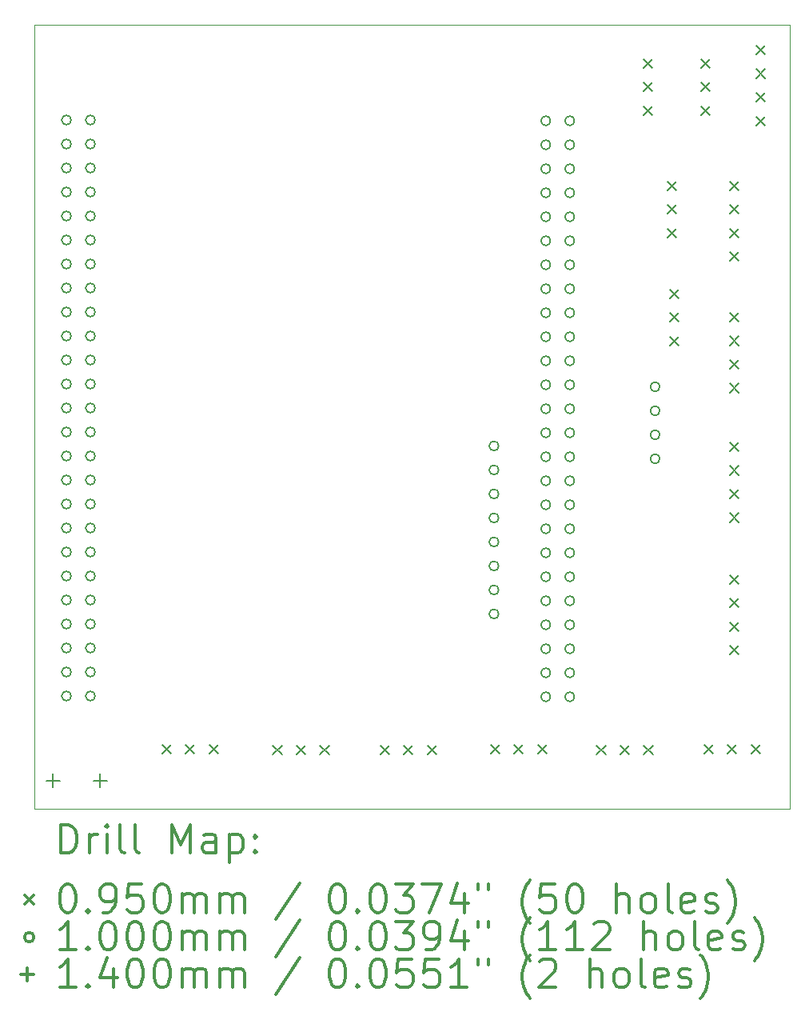
<source format=gbr>
%FSLAX45Y45*%
G04 Gerber Fmt 4.5, Leading zero omitted, Abs format (unit mm)*
G04 Created by KiCad (PCBNEW (5.1.10)-1) date 2022-05-17 22:09:09*
%MOMM*%
%LPD*%
G01*
G04 APERTURE LIST*
%TA.AperFunction,Profile*%
%ADD10C,0.050000*%
%TD*%
%ADD11C,0.200000*%
%ADD12C,0.300000*%
G04 APERTURE END LIST*
D10*
X17300000Y-6200000D02*
X25300000Y-6200000D01*
X17300000Y-14500000D02*
X17300000Y-6200000D01*
X25300000Y-14500000D02*
X17300000Y-14500000D01*
X25300000Y-6200000D02*
X25300000Y-14500000D01*
D11*
X18654900Y-13820900D02*
X18749900Y-13915900D01*
X18749900Y-13820900D02*
X18654900Y-13915900D01*
X18904900Y-13820900D02*
X18999900Y-13915900D01*
X18999900Y-13820900D02*
X18904900Y-13915900D01*
X19154900Y-13820900D02*
X19249900Y-13915900D01*
X19249900Y-13820900D02*
X19154900Y-13915900D01*
X19829100Y-13827900D02*
X19924100Y-13922900D01*
X19924100Y-13827900D02*
X19829100Y-13922900D01*
X20079100Y-13827900D02*
X20174100Y-13922900D01*
X20174100Y-13827900D02*
X20079100Y-13922900D01*
X20329100Y-13827900D02*
X20424100Y-13922900D01*
X20424100Y-13827900D02*
X20329100Y-13922900D01*
X20966300Y-13827900D02*
X21061300Y-13922900D01*
X21061300Y-13827900D02*
X20966300Y-13922900D01*
X21216300Y-13827900D02*
X21311300Y-13922900D01*
X21311300Y-13827900D02*
X21216300Y-13922900D01*
X21466300Y-13827900D02*
X21561300Y-13922900D01*
X21561300Y-13827900D02*
X21466300Y-13922900D01*
X22134700Y-13820900D02*
X22229700Y-13915900D01*
X22229700Y-13820900D02*
X22134700Y-13915900D01*
X22384700Y-13820900D02*
X22479700Y-13915900D01*
X22479700Y-13820900D02*
X22384700Y-13915900D01*
X22634700Y-13820900D02*
X22729700Y-13915900D01*
X22729700Y-13820900D02*
X22634700Y-13915900D01*
X23258100Y-13827900D02*
X23353100Y-13922900D01*
X23353100Y-13827900D02*
X23258100Y-13922900D01*
X23508100Y-13827900D02*
X23603100Y-13922900D01*
X23603100Y-13827900D02*
X23508100Y-13922900D01*
X23752300Y-6564500D02*
X23847300Y-6659500D01*
X23847300Y-6564500D02*
X23752300Y-6659500D01*
X23752300Y-6814500D02*
X23847300Y-6909500D01*
X23847300Y-6814500D02*
X23752300Y-6909500D01*
X23752300Y-7064500D02*
X23847300Y-7159500D01*
X23847300Y-7064500D02*
X23752300Y-7159500D01*
X23758100Y-13827900D02*
X23853100Y-13922900D01*
X23853100Y-13827900D02*
X23758100Y-13922900D01*
X24006300Y-7859900D02*
X24101300Y-7954900D01*
X24101300Y-7859900D02*
X24006300Y-7954900D01*
X24006300Y-8109900D02*
X24101300Y-8204900D01*
X24101300Y-8109900D02*
X24006300Y-8204900D01*
X24006300Y-8359900D02*
X24101300Y-8454900D01*
X24101300Y-8359900D02*
X24006300Y-8454900D01*
X24031700Y-9002900D02*
X24126700Y-9097900D01*
X24126700Y-9002900D02*
X24031700Y-9097900D01*
X24031700Y-9252900D02*
X24126700Y-9347900D01*
X24126700Y-9252900D02*
X24031700Y-9347900D01*
X24031700Y-9502900D02*
X24126700Y-9597900D01*
X24126700Y-9502900D02*
X24031700Y-9597900D01*
X24361900Y-6564500D02*
X24456900Y-6659500D01*
X24456900Y-6564500D02*
X24361900Y-6659500D01*
X24361900Y-6814500D02*
X24456900Y-6909500D01*
X24456900Y-6814500D02*
X24361900Y-6909500D01*
X24361900Y-7064500D02*
X24456900Y-7159500D01*
X24456900Y-7064500D02*
X24361900Y-7159500D01*
X24395300Y-13820900D02*
X24490300Y-13915900D01*
X24490300Y-13820900D02*
X24395300Y-13915900D01*
X24645300Y-13820900D02*
X24740300Y-13915900D01*
X24740300Y-13820900D02*
X24645300Y-13915900D01*
X24666700Y-7858300D02*
X24761700Y-7953300D01*
X24761700Y-7858300D02*
X24666700Y-7953300D01*
X24666700Y-8108300D02*
X24761700Y-8203300D01*
X24761700Y-8108300D02*
X24666700Y-8203300D01*
X24666700Y-8358300D02*
X24761700Y-8453300D01*
X24761700Y-8358300D02*
X24666700Y-8453300D01*
X24666700Y-8608300D02*
X24761700Y-8703300D01*
X24761700Y-8608300D02*
X24666700Y-8703300D01*
X24666700Y-9248900D02*
X24761700Y-9343900D01*
X24761700Y-9248900D02*
X24666700Y-9343900D01*
X24666700Y-9498900D02*
X24761700Y-9593900D01*
X24761700Y-9498900D02*
X24666700Y-9593900D01*
X24666700Y-9748900D02*
X24761700Y-9843900D01*
X24761700Y-9748900D02*
X24666700Y-9843900D01*
X24666700Y-9998900D02*
X24761700Y-10093900D01*
X24761700Y-9998900D02*
X24666700Y-10093900D01*
X24666700Y-10620500D02*
X24761700Y-10715500D01*
X24761700Y-10620500D02*
X24666700Y-10715500D01*
X24666700Y-10870500D02*
X24761700Y-10965500D01*
X24761700Y-10870500D02*
X24666700Y-10965500D01*
X24666700Y-11120500D02*
X24761700Y-11215500D01*
X24761700Y-11120500D02*
X24666700Y-11215500D01*
X24666700Y-11370500D02*
X24761700Y-11465500D01*
X24761700Y-11370500D02*
X24666700Y-11465500D01*
X24666700Y-12023900D02*
X24761700Y-12118900D01*
X24761700Y-12023900D02*
X24666700Y-12118900D01*
X24666700Y-12273900D02*
X24761700Y-12368900D01*
X24761700Y-12273900D02*
X24666700Y-12368900D01*
X24666700Y-12523900D02*
X24761700Y-12618900D01*
X24761700Y-12523900D02*
X24666700Y-12618900D01*
X24666700Y-12773900D02*
X24761700Y-12868900D01*
X24761700Y-12773900D02*
X24666700Y-12868900D01*
X24895300Y-13820900D02*
X24990300Y-13915900D01*
X24990300Y-13820900D02*
X24895300Y-13915900D01*
X24946100Y-6422500D02*
X25041100Y-6517500D01*
X25041100Y-6422500D02*
X24946100Y-6517500D01*
X24946100Y-6672500D02*
X25041100Y-6767500D01*
X25041100Y-6672500D02*
X24946100Y-6767500D01*
X24946100Y-6922500D02*
X25041100Y-7017500D01*
X25041100Y-6922500D02*
X24946100Y-7017500D01*
X24946100Y-7172500D02*
X25041100Y-7267500D01*
X25041100Y-7172500D02*
X24946100Y-7267500D01*
X17692400Y-7210600D02*
G75*
G03*
X17692400Y-7210600I-50000J0D01*
G01*
X17692400Y-7464600D02*
G75*
G03*
X17692400Y-7464600I-50000J0D01*
G01*
X17692400Y-7718600D02*
G75*
G03*
X17692400Y-7718600I-50000J0D01*
G01*
X17692400Y-7972600D02*
G75*
G03*
X17692400Y-7972600I-50000J0D01*
G01*
X17692400Y-8226600D02*
G75*
G03*
X17692400Y-8226600I-50000J0D01*
G01*
X17692400Y-8480600D02*
G75*
G03*
X17692400Y-8480600I-50000J0D01*
G01*
X17692400Y-8734600D02*
G75*
G03*
X17692400Y-8734600I-50000J0D01*
G01*
X17692400Y-8988600D02*
G75*
G03*
X17692400Y-8988600I-50000J0D01*
G01*
X17692400Y-9242600D02*
G75*
G03*
X17692400Y-9242600I-50000J0D01*
G01*
X17692400Y-9496600D02*
G75*
G03*
X17692400Y-9496600I-50000J0D01*
G01*
X17692400Y-9750600D02*
G75*
G03*
X17692400Y-9750600I-50000J0D01*
G01*
X17692400Y-10004600D02*
G75*
G03*
X17692400Y-10004600I-50000J0D01*
G01*
X17692400Y-10258600D02*
G75*
G03*
X17692400Y-10258600I-50000J0D01*
G01*
X17692400Y-10512600D02*
G75*
G03*
X17692400Y-10512600I-50000J0D01*
G01*
X17692400Y-10766600D02*
G75*
G03*
X17692400Y-10766600I-50000J0D01*
G01*
X17692400Y-11020600D02*
G75*
G03*
X17692400Y-11020600I-50000J0D01*
G01*
X17692400Y-11274600D02*
G75*
G03*
X17692400Y-11274600I-50000J0D01*
G01*
X17692400Y-11528600D02*
G75*
G03*
X17692400Y-11528600I-50000J0D01*
G01*
X17692400Y-11782600D02*
G75*
G03*
X17692400Y-11782600I-50000J0D01*
G01*
X17692400Y-12036600D02*
G75*
G03*
X17692400Y-12036600I-50000J0D01*
G01*
X17692400Y-12290600D02*
G75*
G03*
X17692400Y-12290600I-50000J0D01*
G01*
X17692400Y-12544600D02*
G75*
G03*
X17692400Y-12544600I-50000J0D01*
G01*
X17692400Y-12798600D02*
G75*
G03*
X17692400Y-12798600I-50000J0D01*
G01*
X17692400Y-13052600D02*
G75*
G03*
X17692400Y-13052600I-50000J0D01*
G01*
X17692400Y-13306600D02*
G75*
G03*
X17692400Y-13306600I-50000J0D01*
G01*
X17946400Y-7210600D02*
G75*
G03*
X17946400Y-7210600I-50000J0D01*
G01*
X17946400Y-7464600D02*
G75*
G03*
X17946400Y-7464600I-50000J0D01*
G01*
X17946400Y-7718600D02*
G75*
G03*
X17946400Y-7718600I-50000J0D01*
G01*
X17946400Y-7972600D02*
G75*
G03*
X17946400Y-7972600I-50000J0D01*
G01*
X17946400Y-8226600D02*
G75*
G03*
X17946400Y-8226600I-50000J0D01*
G01*
X17946400Y-8480600D02*
G75*
G03*
X17946400Y-8480600I-50000J0D01*
G01*
X17946400Y-8734600D02*
G75*
G03*
X17946400Y-8734600I-50000J0D01*
G01*
X17946400Y-8988600D02*
G75*
G03*
X17946400Y-8988600I-50000J0D01*
G01*
X17946400Y-9242600D02*
G75*
G03*
X17946400Y-9242600I-50000J0D01*
G01*
X17946400Y-9496600D02*
G75*
G03*
X17946400Y-9496600I-50000J0D01*
G01*
X17946400Y-9750600D02*
G75*
G03*
X17946400Y-9750600I-50000J0D01*
G01*
X17946400Y-10004600D02*
G75*
G03*
X17946400Y-10004600I-50000J0D01*
G01*
X17946400Y-10258600D02*
G75*
G03*
X17946400Y-10258600I-50000J0D01*
G01*
X17946400Y-10512600D02*
G75*
G03*
X17946400Y-10512600I-50000J0D01*
G01*
X17946400Y-10766600D02*
G75*
G03*
X17946400Y-10766600I-50000J0D01*
G01*
X17946400Y-11020600D02*
G75*
G03*
X17946400Y-11020600I-50000J0D01*
G01*
X17946400Y-11274600D02*
G75*
G03*
X17946400Y-11274600I-50000J0D01*
G01*
X17946400Y-11528600D02*
G75*
G03*
X17946400Y-11528600I-50000J0D01*
G01*
X17946400Y-11782600D02*
G75*
G03*
X17946400Y-11782600I-50000J0D01*
G01*
X17946400Y-12036600D02*
G75*
G03*
X17946400Y-12036600I-50000J0D01*
G01*
X17946400Y-12290600D02*
G75*
G03*
X17946400Y-12290600I-50000J0D01*
G01*
X17946400Y-12544600D02*
G75*
G03*
X17946400Y-12544600I-50000J0D01*
G01*
X17946400Y-12798600D02*
G75*
G03*
X17946400Y-12798600I-50000J0D01*
G01*
X17946400Y-13052600D02*
G75*
G03*
X17946400Y-13052600I-50000J0D01*
G01*
X17946400Y-13306600D02*
G75*
G03*
X17946400Y-13306600I-50000J0D01*
G01*
X22220000Y-10660000D02*
G75*
G03*
X22220000Y-10660000I-50000J0D01*
G01*
X22220000Y-10914000D02*
G75*
G03*
X22220000Y-10914000I-50000J0D01*
G01*
X22220000Y-11168000D02*
G75*
G03*
X22220000Y-11168000I-50000J0D01*
G01*
X22220000Y-11422000D02*
G75*
G03*
X22220000Y-11422000I-50000J0D01*
G01*
X22220000Y-11676000D02*
G75*
G03*
X22220000Y-11676000I-50000J0D01*
G01*
X22220000Y-11930000D02*
G75*
G03*
X22220000Y-11930000I-50000J0D01*
G01*
X22220000Y-12184000D02*
G75*
G03*
X22220000Y-12184000I-50000J0D01*
G01*
X22220000Y-12438000D02*
G75*
G03*
X22220000Y-12438000I-50000J0D01*
G01*
X22768400Y-7218600D02*
G75*
G03*
X22768400Y-7218600I-50000J0D01*
G01*
X22768400Y-7472600D02*
G75*
G03*
X22768400Y-7472600I-50000J0D01*
G01*
X22768400Y-7726600D02*
G75*
G03*
X22768400Y-7726600I-50000J0D01*
G01*
X22768400Y-7980600D02*
G75*
G03*
X22768400Y-7980600I-50000J0D01*
G01*
X22768400Y-8234600D02*
G75*
G03*
X22768400Y-8234600I-50000J0D01*
G01*
X22768400Y-8488600D02*
G75*
G03*
X22768400Y-8488600I-50000J0D01*
G01*
X22768400Y-8742600D02*
G75*
G03*
X22768400Y-8742600I-50000J0D01*
G01*
X22768400Y-8996600D02*
G75*
G03*
X22768400Y-8996600I-50000J0D01*
G01*
X22768400Y-9250600D02*
G75*
G03*
X22768400Y-9250600I-50000J0D01*
G01*
X22768400Y-9504600D02*
G75*
G03*
X22768400Y-9504600I-50000J0D01*
G01*
X22768400Y-9758600D02*
G75*
G03*
X22768400Y-9758600I-50000J0D01*
G01*
X22768400Y-10012600D02*
G75*
G03*
X22768400Y-10012600I-50000J0D01*
G01*
X22768400Y-10266600D02*
G75*
G03*
X22768400Y-10266600I-50000J0D01*
G01*
X22768400Y-10520600D02*
G75*
G03*
X22768400Y-10520600I-50000J0D01*
G01*
X22768400Y-10774600D02*
G75*
G03*
X22768400Y-10774600I-50000J0D01*
G01*
X22768400Y-11028600D02*
G75*
G03*
X22768400Y-11028600I-50000J0D01*
G01*
X22768400Y-11282600D02*
G75*
G03*
X22768400Y-11282600I-50000J0D01*
G01*
X22768400Y-11536600D02*
G75*
G03*
X22768400Y-11536600I-50000J0D01*
G01*
X22768400Y-11790600D02*
G75*
G03*
X22768400Y-11790600I-50000J0D01*
G01*
X22768400Y-12044600D02*
G75*
G03*
X22768400Y-12044600I-50000J0D01*
G01*
X22768400Y-12298600D02*
G75*
G03*
X22768400Y-12298600I-50000J0D01*
G01*
X22768400Y-12552600D02*
G75*
G03*
X22768400Y-12552600I-50000J0D01*
G01*
X22768400Y-12806600D02*
G75*
G03*
X22768400Y-12806600I-50000J0D01*
G01*
X22768400Y-13060600D02*
G75*
G03*
X22768400Y-13060600I-50000J0D01*
G01*
X22768400Y-13314600D02*
G75*
G03*
X22768400Y-13314600I-50000J0D01*
G01*
X23022400Y-7218600D02*
G75*
G03*
X23022400Y-7218600I-50000J0D01*
G01*
X23022400Y-7472600D02*
G75*
G03*
X23022400Y-7472600I-50000J0D01*
G01*
X23022400Y-7726600D02*
G75*
G03*
X23022400Y-7726600I-50000J0D01*
G01*
X23022400Y-7980600D02*
G75*
G03*
X23022400Y-7980600I-50000J0D01*
G01*
X23022400Y-8234600D02*
G75*
G03*
X23022400Y-8234600I-50000J0D01*
G01*
X23022400Y-8488600D02*
G75*
G03*
X23022400Y-8488600I-50000J0D01*
G01*
X23022400Y-8742600D02*
G75*
G03*
X23022400Y-8742600I-50000J0D01*
G01*
X23022400Y-8996600D02*
G75*
G03*
X23022400Y-8996600I-50000J0D01*
G01*
X23022400Y-9250600D02*
G75*
G03*
X23022400Y-9250600I-50000J0D01*
G01*
X23022400Y-9504600D02*
G75*
G03*
X23022400Y-9504600I-50000J0D01*
G01*
X23022400Y-9758600D02*
G75*
G03*
X23022400Y-9758600I-50000J0D01*
G01*
X23022400Y-10012600D02*
G75*
G03*
X23022400Y-10012600I-50000J0D01*
G01*
X23022400Y-10266600D02*
G75*
G03*
X23022400Y-10266600I-50000J0D01*
G01*
X23022400Y-10520600D02*
G75*
G03*
X23022400Y-10520600I-50000J0D01*
G01*
X23022400Y-10774600D02*
G75*
G03*
X23022400Y-10774600I-50000J0D01*
G01*
X23022400Y-11028600D02*
G75*
G03*
X23022400Y-11028600I-50000J0D01*
G01*
X23022400Y-11282600D02*
G75*
G03*
X23022400Y-11282600I-50000J0D01*
G01*
X23022400Y-11536600D02*
G75*
G03*
X23022400Y-11536600I-50000J0D01*
G01*
X23022400Y-11790600D02*
G75*
G03*
X23022400Y-11790600I-50000J0D01*
G01*
X23022400Y-12044600D02*
G75*
G03*
X23022400Y-12044600I-50000J0D01*
G01*
X23022400Y-12298600D02*
G75*
G03*
X23022400Y-12298600I-50000J0D01*
G01*
X23022400Y-12552600D02*
G75*
G03*
X23022400Y-12552600I-50000J0D01*
G01*
X23022400Y-12806600D02*
G75*
G03*
X23022400Y-12806600I-50000J0D01*
G01*
X23022400Y-13060600D02*
G75*
G03*
X23022400Y-13060600I-50000J0D01*
G01*
X23022400Y-13314600D02*
G75*
G03*
X23022400Y-13314600I-50000J0D01*
G01*
X23926000Y-10033000D02*
G75*
G03*
X23926000Y-10033000I-50000J0D01*
G01*
X23926000Y-10287000D02*
G75*
G03*
X23926000Y-10287000I-50000J0D01*
G01*
X23926000Y-10541000D02*
G75*
G03*
X23926000Y-10541000I-50000J0D01*
G01*
X23926000Y-10795000D02*
G75*
G03*
X23926000Y-10795000I-50000J0D01*
G01*
X17500000Y-14130000D02*
X17500000Y-14270000D01*
X17430000Y-14200000D02*
X17570000Y-14200000D01*
X18000000Y-14130000D02*
X18000000Y-14270000D01*
X17930000Y-14200000D02*
X18070000Y-14200000D01*
D12*
X17583928Y-14968214D02*
X17583928Y-14668214D01*
X17655357Y-14668214D01*
X17698214Y-14682500D01*
X17726786Y-14711071D01*
X17741071Y-14739643D01*
X17755357Y-14796786D01*
X17755357Y-14839643D01*
X17741071Y-14896786D01*
X17726786Y-14925357D01*
X17698214Y-14953929D01*
X17655357Y-14968214D01*
X17583928Y-14968214D01*
X17883928Y-14968214D02*
X17883928Y-14768214D01*
X17883928Y-14825357D02*
X17898214Y-14796786D01*
X17912500Y-14782500D01*
X17941071Y-14768214D01*
X17969643Y-14768214D01*
X18069643Y-14968214D02*
X18069643Y-14768214D01*
X18069643Y-14668214D02*
X18055357Y-14682500D01*
X18069643Y-14696786D01*
X18083928Y-14682500D01*
X18069643Y-14668214D01*
X18069643Y-14696786D01*
X18255357Y-14968214D02*
X18226786Y-14953929D01*
X18212500Y-14925357D01*
X18212500Y-14668214D01*
X18412500Y-14968214D02*
X18383928Y-14953929D01*
X18369643Y-14925357D01*
X18369643Y-14668214D01*
X18755357Y-14968214D02*
X18755357Y-14668214D01*
X18855357Y-14882500D01*
X18955357Y-14668214D01*
X18955357Y-14968214D01*
X19226786Y-14968214D02*
X19226786Y-14811071D01*
X19212500Y-14782500D01*
X19183928Y-14768214D01*
X19126786Y-14768214D01*
X19098214Y-14782500D01*
X19226786Y-14953929D02*
X19198214Y-14968214D01*
X19126786Y-14968214D01*
X19098214Y-14953929D01*
X19083928Y-14925357D01*
X19083928Y-14896786D01*
X19098214Y-14868214D01*
X19126786Y-14853929D01*
X19198214Y-14853929D01*
X19226786Y-14839643D01*
X19369643Y-14768214D02*
X19369643Y-15068214D01*
X19369643Y-14782500D02*
X19398214Y-14768214D01*
X19455357Y-14768214D01*
X19483928Y-14782500D01*
X19498214Y-14796786D01*
X19512500Y-14825357D01*
X19512500Y-14911071D01*
X19498214Y-14939643D01*
X19483928Y-14953929D01*
X19455357Y-14968214D01*
X19398214Y-14968214D01*
X19369643Y-14953929D01*
X19641071Y-14939643D02*
X19655357Y-14953929D01*
X19641071Y-14968214D01*
X19626786Y-14953929D01*
X19641071Y-14939643D01*
X19641071Y-14968214D01*
X19641071Y-14782500D02*
X19655357Y-14796786D01*
X19641071Y-14811071D01*
X19626786Y-14796786D01*
X19641071Y-14782500D01*
X19641071Y-14811071D01*
X17202500Y-15415000D02*
X17297500Y-15510000D01*
X17297500Y-15415000D02*
X17202500Y-15510000D01*
X17641071Y-15298214D02*
X17669643Y-15298214D01*
X17698214Y-15312500D01*
X17712500Y-15326786D01*
X17726786Y-15355357D01*
X17741071Y-15412500D01*
X17741071Y-15483929D01*
X17726786Y-15541071D01*
X17712500Y-15569643D01*
X17698214Y-15583929D01*
X17669643Y-15598214D01*
X17641071Y-15598214D01*
X17612500Y-15583929D01*
X17598214Y-15569643D01*
X17583928Y-15541071D01*
X17569643Y-15483929D01*
X17569643Y-15412500D01*
X17583928Y-15355357D01*
X17598214Y-15326786D01*
X17612500Y-15312500D01*
X17641071Y-15298214D01*
X17869643Y-15569643D02*
X17883928Y-15583929D01*
X17869643Y-15598214D01*
X17855357Y-15583929D01*
X17869643Y-15569643D01*
X17869643Y-15598214D01*
X18026786Y-15598214D02*
X18083928Y-15598214D01*
X18112500Y-15583929D01*
X18126786Y-15569643D01*
X18155357Y-15526786D01*
X18169643Y-15469643D01*
X18169643Y-15355357D01*
X18155357Y-15326786D01*
X18141071Y-15312500D01*
X18112500Y-15298214D01*
X18055357Y-15298214D01*
X18026786Y-15312500D01*
X18012500Y-15326786D01*
X17998214Y-15355357D01*
X17998214Y-15426786D01*
X18012500Y-15455357D01*
X18026786Y-15469643D01*
X18055357Y-15483929D01*
X18112500Y-15483929D01*
X18141071Y-15469643D01*
X18155357Y-15455357D01*
X18169643Y-15426786D01*
X18441071Y-15298214D02*
X18298214Y-15298214D01*
X18283928Y-15441071D01*
X18298214Y-15426786D01*
X18326786Y-15412500D01*
X18398214Y-15412500D01*
X18426786Y-15426786D01*
X18441071Y-15441071D01*
X18455357Y-15469643D01*
X18455357Y-15541071D01*
X18441071Y-15569643D01*
X18426786Y-15583929D01*
X18398214Y-15598214D01*
X18326786Y-15598214D01*
X18298214Y-15583929D01*
X18283928Y-15569643D01*
X18641071Y-15298214D02*
X18669643Y-15298214D01*
X18698214Y-15312500D01*
X18712500Y-15326786D01*
X18726786Y-15355357D01*
X18741071Y-15412500D01*
X18741071Y-15483929D01*
X18726786Y-15541071D01*
X18712500Y-15569643D01*
X18698214Y-15583929D01*
X18669643Y-15598214D01*
X18641071Y-15598214D01*
X18612500Y-15583929D01*
X18598214Y-15569643D01*
X18583928Y-15541071D01*
X18569643Y-15483929D01*
X18569643Y-15412500D01*
X18583928Y-15355357D01*
X18598214Y-15326786D01*
X18612500Y-15312500D01*
X18641071Y-15298214D01*
X18869643Y-15598214D02*
X18869643Y-15398214D01*
X18869643Y-15426786D02*
X18883928Y-15412500D01*
X18912500Y-15398214D01*
X18955357Y-15398214D01*
X18983928Y-15412500D01*
X18998214Y-15441071D01*
X18998214Y-15598214D01*
X18998214Y-15441071D02*
X19012500Y-15412500D01*
X19041071Y-15398214D01*
X19083928Y-15398214D01*
X19112500Y-15412500D01*
X19126786Y-15441071D01*
X19126786Y-15598214D01*
X19269643Y-15598214D02*
X19269643Y-15398214D01*
X19269643Y-15426786D02*
X19283928Y-15412500D01*
X19312500Y-15398214D01*
X19355357Y-15398214D01*
X19383928Y-15412500D01*
X19398214Y-15441071D01*
X19398214Y-15598214D01*
X19398214Y-15441071D02*
X19412500Y-15412500D01*
X19441071Y-15398214D01*
X19483928Y-15398214D01*
X19512500Y-15412500D01*
X19526786Y-15441071D01*
X19526786Y-15598214D01*
X20112500Y-15283929D02*
X19855357Y-15669643D01*
X20498214Y-15298214D02*
X20526786Y-15298214D01*
X20555357Y-15312500D01*
X20569643Y-15326786D01*
X20583928Y-15355357D01*
X20598214Y-15412500D01*
X20598214Y-15483929D01*
X20583928Y-15541071D01*
X20569643Y-15569643D01*
X20555357Y-15583929D01*
X20526786Y-15598214D01*
X20498214Y-15598214D01*
X20469643Y-15583929D01*
X20455357Y-15569643D01*
X20441071Y-15541071D01*
X20426786Y-15483929D01*
X20426786Y-15412500D01*
X20441071Y-15355357D01*
X20455357Y-15326786D01*
X20469643Y-15312500D01*
X20498214Y-15298214D01*
X20726786Y-15569643D02*
X20741071Y-15583929D01*
X20726786Y-15598214D01*
X20712500Y-15583929D01*
X20726786Y-15569643D01*
X20726786Y-15598214D01*
X20926786Y-15298214D02*
X20955357Y-15298214D01*
X20983928Y-15312500D01*
X20998214Y-15326786D01*
X21012500Y-15355357D01*
X21026786Y-15412500D01*
X21026786Y-15483929D01*
X21012500Y-15541071D01*
X20998214Y-15569643D01*
X20983928Y-15583929D01*
X20955357Y-15598214D01*
X20926786Y-15598214D01*
X20898214Y-15583929D01*
X20883928Y-15569643D01*
X20869643Y-15541071D01*
X20855357Y-15483929D01*
X20855357Y-15412500D01*
X20869643Y-15355357D01*
X20883928Y-15326786D01*
X20898214Y-15312500D01*
X20926786Y-15298214D01*
X21126786Y-15298214D02*
X21312500Y-15298214D01*
X21212500Y-15412500D01*
X21255357Y-15412500D01*
X21283928Y-15426786D01*
X21298214Y-15441071D01*
X21312500Y-15469643D01*
X21312500Y-15541071D01*
X21298214Y-15569643D01*
X21283928Y-15583929D01*
X21255357Y-15598214D01*
X21169643Y-15598214D01*
X21141071Y-15583929D01*
X21126786Y-15569643D01*
X21412500Y-15298214D02*
X21612500Y-15298214D01*
X21483928Y-15598214D01*
X21855357Y-15398214D02*
X21855357Y-15598214D01*
X21783928Y-15283929D02*
X21712500Y-15498214D01*
X21898214Y-15498214D01*
X21998214Y-15298214D02*
X21998214Y-15355357D01*
X22112500Y-15298214D02*
X22112500Y-15355357D01*
X22555357Y-15712500D02*
X22541071Y-15698214D01*
X22512500Y-15655357D01*
X22498214Y-15626786D01*
X22483928Y-15583929D01*
X22469643Y-15512500D01*
X22469643Y-15455357D01*
X22483928Y-15383929D01*
X22498214Y-15341071D01*
X22512500Y-15312500D01*
X22541071Y-15269643D01*
X22555357Y-15255357D01*
X22812500Y-15298214D02*
X22669643Y-15298214D01*
X22655357Y-15441071D01*
X22669643Y-15426786D01*
X22698214Y-15412500D01*
X22769643Y-15412500D01*
X22798214Y-15426786D01*
X22812500Y-15441071D01*
X22826786Y-15469643D01*
X22826786Y-15541071D01*
X22812500Y-15569643D01*
X22798214Y-15583929D01*
X22769643Y-15598214D01*
X22698214Y-15598214D01*
X22669643Y-15583929D01*
X22655357Y-15569643D01*
X23012500Y-15298214D02*
X23041071Y-15298214D01*
X23069643Y-15312500D01*
X23083928Y-15326786D01*
X23098214Y-15355357D01*
X23112500Y-15412500D01*
X23112500Y-15483929D01*
X23098214Y-15541071D01*
X23083928Y-15569643D01*
X23069643Y-15583929D01*
X23041071Y-15598214D01*
X23012500Y-15598214D01*
X22983928Y-15583929D01*
X22969643Y-15569643D01*
X22955357Y-15541071D01*
X22941071Y-15483929D01*
X22941071Y-15412500D01*
X22955357Y-15355357D01*
X22969643Y-15326786D01*
X22983928Y-15312500D01*
X23012500Y-15298214D01*
X23469643Y-15598214D02*
X23469643Y-15298214D01*
X23598214Y-15598214D02*
X23598214Y-15441071D01*
X23583928Y-15412500D01*
X23555357Y-15398214D01*
X23512500Y-15398214D01*
X23483928Y-15412500D01*
X23469643Y-15426786D01*
X23783928Y-15598214D02*
X23755357Y-15583929D01*
X23741071Y-15569643D01*
X23726786Y-15541071D01*
X23726786Y-15455357D01*
X23741071Y-15426786D01*
X23755357Y-15412500D01*
X23783928Y-15398214D01*
X23826786Y-15398214D01*
X23855357Y-15412500D01*
X23869643Y-15426786D01*
X23883928Y-15455357D01*
X23883928Y-15541071D01*
X23869643Y-15569643D01*
X23855357Y-15583929D01*
X23826786Y-15598214D01*
X23783928Y-15598214D01*
X24055357Y-15598214D02*
X24026786Y-15583929D01*
X24012500Y-15555357D01*
X24012500Y-15298214D01*
X24283928Y-15583929D02*
X24255357Y-15598214D01*
X24198214Y-15598214D01*
X24169643Y-15583929D01*
X24155357Y-15555357D01*
X24155357Y-15441071D01*
X24169643Y-15412500D01*
X24198214Y-15398214D01*
X24255357Y-15398214D01*
X24283928Y-15412500D01*
X24298214Y-15441071D01*
X24298214Y-15469643D01*
X24155357Y-15498214D01*
X24412500Y-15583929D02*
X24441071Y-15598214D01*
X24498214Y-15598214D01*
X24526786Y-15583929D01*
X24541071Y-15555357D01*
X24541071Y-15541071D01*
X24526786Y-15512500D01*
X24498214Y-15498214D01*
X24455357Y-15498214D01*
X24426786Y-15483929D01*
X24412500Y-15455357D01*
X24412500Y-15441071D01*
X24426786Y-15412500D01*
X24455357Y-15398214D01*
X24498214Y-15398214D01*
X24526786Y-15412500D01*
X24641071Y-15712500D02*
X24655357Y-15698214D01*
X24683928Y-15655357D01*
X24698214Y-15626786D01*
X24712500Y-15583929D01*
X24726786Y-15512500D01*
X24726786Y-15455357D01*
X24712500Y-15383929D01*
X24698214Y-15341071D01*
X24683928Y-15312500D01*
X24655357Y-15269643D01*
X24641071Y-15255357D01*
X17297500Y-15858500D02*
G75*
G03*
X17297500Y-15858500I-50000J0D01*
G01*
X17741071Y-15994214D02*
X17569643Y-15994214D01*
X17655357Y-15994214D02*
X17655357Y-15694214D01*
X17626786Y-15737071D01*
X17598214Y-15765643D01*
X17569643Y-15779929D01*
X17869643Y-15965643D02*
X17883928Y-15979929D01*
X17869643Y-15994214D01*
X17855357Y-15979929D01*
X17869643Y-15965643D01*
X17869643Y-15994214D01*
X18069643Y-15694214D02*
X18098214Y-15694214D01*
X18126786Y-15708500D01*
X18141071Y-15722786D01*
X18155357Y-15751357D01*
X18169643Y-15808500D01*
X18169643Y-15879929D01*
X18155357Y-15937071D01*
X18141071Y-15965643D01*
X18126786Y-15979929D01*
X18098214Y-15994214D01*
X18069643Y-15994214D01*
X18041071Y-15979929D01*
X18026786Y-15965643D01*
X18012500Y-15937071D01*
X17998214Y-15879929D01*
X17998214Y-15808500D01*
X18012500Y-15751357D01*
X18026786Y-15722786D01*
X18041071Y-15708500D01*
X18069643Y-15694214D01*
X18355357Y-15694214D02*
X18383928Y-15694214D01*
X18412500Y-15708500D01*
X18426786Y-15722786D01*
X18441071Y-15751357D01*
X18455357Y-15808500D01*
X18455357Y-15879929D01*
X18441071Y-15937071D01*
X18426786Y-15965643D01*
X18412500Y-15979929D01*
X18383928Y-15994214D01*
X18355357Y-15994214D01*
X18326786Y-15979929D01*
X18312500Y-15965643D01*
X18298214Y-15937071D01*
X18283928Y-15879929D01*
X18283928Y-15808500D01*
X18298214Y-15751357D01*
X18312500Y-15722786D01*
X18326786Y-15708500D01*
X18355357Y-15694214D01*
X18641071Y-15694214D02*
X18669643Y-15694214D01*
X18698214Y-15708500D01*
X18712500Y-15722786D01*
X18726786Y-15751357D01*
X18741071Y-15808500D01*
X18741071Y-15879929D01*
X18726786Y-15937071D01*
X18712500Y-15965643D01*
X18698214Y-15979929D01*
X18669643Y-15994214D01*
X18641071Y-15994214D01*
X18612500Y-15979929D01*
X18598214Y-15965643D01*
X18583928Y-15937071D01*
X18569643Y-15879929D01*
X18569643Y-15808500D01*
X18583928Y-15751357D01*
X18598214Y-15722786D01*
X18612500Y-15708500D01*
X18641071Y-15694214D01*
X18869643Y-15994214D02*
X18869643Y-15794214D01*
X18869643Y-15822786D02*
X18883928Y-15808500D01*
X18912500Y-15794214D01*
X18955357Y-15794214D01*
X18983928Y-15808500D01*
X18998214Y-15837071D01*
X18998214Y-15994214D01*
X18998214Y-15837071D02*
X19012500Y-15808500D01*
X19041071Y-15794214D01*
X19083928Y-15794214D01*
X19112500Y-15808500D01*
X19126786Y-15837071D01*
X19126786Y-15994214D01*
X19269643Y-15994214D02*
X19269643Y-15794214D01*
X19269643Y-15822786D02*
X19283928Y-15808500D01*
X19312500Y-15794214D01*
X19355357Y-15794214D01*
X19383928Y-15808500D01*
X19398214Y-15837071D01*
X19398214Y-15994214D01*
X19398214Y-15837071D02*
X19412500Y-15808500D01*
X19441071Y-15794214D01*
X19483928Y-15794214D01*
X19512500Y-15808500D01*
X19526786Y-15837071D01*
X19526786Y-15994214D01*
X20112500Y-15679929D02*
X19855357Y-16065643D01*
X20498214Y-15694214D02*
X20526786Y-15694214D01*
X20555357Y-15708500D01*
X20569643Y-15722786D01*
X20583928Y-15751357D01*
X20598214Y-15808500D01*
X20598214Y-15879929D01*
X20583928Y-15937071D01*
X20569643Y-15965643D01*
X20555357Y-15979929D01*
X20526786Y-15994214D01*
X20498214Y-15994214D01*
X20469643Y-15979929D01*
X20455357Y-15965643D01*
X20441071Y-15937071D01*
X20426786Y-15879929D01*
X20426786Y-15808500D01*
X20441071Y-15751357D01*
X20455357Y-15722786D01*
X20469643Y-15708500D01*
X20498214Y-15694214D01*
X20726786Y-15965643D02*
X20741071Y-15979929D01*
X20726786Y-15994214D01*
X20712500Y-15979929D01*
X20726786Y-15965643D01*
X20726786Y-15994214D01*
X20926786Y-15694214D02*
X20955357Y-15694214D01*
X20983928Y-15708500D01*
X20998214Y-15722786D01*
X21012500Y-15751357D01*
X21026786Y-15808500D01*
X21026786Y-15879929D01*
X21012500Y-15937071D01*
X20998214Y-15965643D01*
X20983928Y-15979929D01*
X20955357Y-15994214D01*
X20926786Y-15994214D01*
X20898214Y-15979929D01*
X20883928Y-15965643D01*
X20869643Y-15937071D01*
X20855357Y-15879929D01*
X20855357Y-15808500D01*
X20869643Y-15751357D01*
X20883928Y-15722786D01*
X20898214Y-15708500D01*
X20926786Y-15694214D01*
X21126786Y-15694214D02*
X21312500Y-15694214D01*
X21212500Y-15808500D01*
X21255357Y-15808500D01*
X21283928Y-15822786D01*
X21298214Y-15837071D01*
X21312500Y-15865643D01*
X21312500Y-15937071D01*
X21298214Y-15965643D01*
X21283928Y-15979929D01*
X21255357Y-15994214D01*
X21169643Y-15994214D01*
X21141071Y-15979929D01*
X21126786Y-15965643D01*
X21455357Y-15994214D02*
X21512500Y-15994214D01*
X21541071Y-15979929D01*
X21555357Y-15965643D01*
X21583928Y-15922786D01*
X21598214Y-15865643D01*
X21598214Y-15751357D01*
X21583928Y-15722786D01*
X21569643Y-15708500D01*
X21541071Y-15694214D01*
X21483928Y-15694214D01*
X21455357Y-15708500D01*
X21441071Y-15722786D01*
X21426786Y-15751357D01*
X21426786Y-15822786D01*
X21441071Y-15851357D01*
X21455357Y-15865643D01*
X21483928Y-15879929D01*
X21541071Y-15879929D01*
X21569643Y-15865643D01*
X21583928Y-15851357D01*
X21598214Y-15822786D01*
X21855357Y-15794214D02*
X21855357Y-15994214D01*
X21783928Y-15679929D02*
X21712500Y-15894214D01*
X21898214Y-15894214D01*
X21998214Y-15694214D02*
X21998214Y-15751357D01*
X22112500Y-15694214D02*
X22112500Y-15751357D01*
X22555357Y-16108500D02*
X22541071Y-16094214D01*
X22512500Y-16051357D01*
X22498214Y-16022786D01*
X22483928Y-15979929D01*
X22469643Y-15908500D01*
X22469643Y-15851357D01*
X22483928Y-15779929D01*
X22498214Y-15737071D01*
X22512500Y-15708500D01*
X22541071Y-15665643D01*
X22555357Y-15651357D01*
X22826786Y-15994214D02*
X22655357Y-15994214D01*
X22741071Y-15994214D02*
X22741071Y-15694214D01*
X22712500Y-15737071D01*
X22683928Y-15765643D01*
X22655357Y-15779929D01*
X23112500Y-15994214D02*
X22941071Y-15994214D01*
X23026786Y-15994214D02*
X23026786Y-15694214D01*
X22998214Y-15737071D01*
X22969643Y-15765643D01*
X22941071Y-15779929D01*
X23226786Y-15722786D02*
X23241071Y-15708500D01*
X23269643Y-15694214D01*
X23341071Y-15694214D01*
X23369643Y-15708500D01*
X23383928Y-15722786D01*
X23398214Y-15751357D01*
X23398214Y-15779929D01*
X23383928Y-15822786D01*
X23212500Y-15994214D01*
X23398214Y-15994214D01*
X23755357Y-15994214D02*
X23755357Y-15694214D01*
X23883928Y-15994214D02*
X23883928Y-15837071D01*
X23869643Y-15808500D01*
X23841071Y-15794214D01*
X23798214Y-15794214D01*
X23769643Y-15808500D01*
X23755357Y-15822786D01*
X24069643Y-15994214D02*
X24041071Y-15979929D01*
X24026786Y-15965643D01*
X24012500Y-15937071D01*
X24012500Y-15851357D01*
X24026786Y-15822786D01*
X24041071Y-15808500D01*
X24069643Y-15794214D01*
X24112500Y-15794214D01*
X24141071Y-15808500D01*
X24155357Y-15822786D01*
X24169643Y-15851357D01*
X24169643Y-15937071D01*
X24155357Y-15965643D01*
X24141071Y-15979929D01*
X24112500Y-15994214D01*
X24069643Y-15994214D01*
X24341071Y-15994214D02*
X24312500Y-15979929D01*
X24298214Y-15951357D01*
X24298214Y-15694214D01*
X24569643Y-15979929D02*
X24541071Y-15994214D01*
X24483928Y-15994214D01*
X24455357Y-15979929D01*
X24441071Y-15951357D01*
X24441071Y-15837071D01*
X24455357Y-15808500D01*
X24483928Y-15794214D01*
X24541071Y-15794214D01*
X24569643Y-15808500D01*
X24583928Y-15837071D01*
X24583928Y-15865643D01*
X24441071Y-15894214D01*
X24698214Y-15979929D02*
X24726786Y-15994214D01*
X24783928Y-15994214D01*
X24812500Y-15979929D01*
X24826786Y-15951357D01*
X24826786Y-15937071D01*
X24812500Y-15908500D01*
X24783928Y-15894214D01*
X24741071Y-15894214D01*
X24712500Y-15879929D01*
X24698214Y-15851357D01*
X24698214Y-15837071D01*
X24712500Y-15808500D01*
X24741071Y-15794214D01*
X24783928Y-15794214D01*
X24812500Y-15808500D01*
X24926786Y-16108500D02*
X24941071Y-16094214D01*
X24969643Y-16051357D01*
X24983928Y-16022786D01*
X24998214Y-15979929D01*
X25012500Y-15908500D01*
X25012500Y-15851357D01*
X24998214Y-15779929D01*
X24983928Y-15737071D01*
X24969643Y-15708500D01*
X24941071Y-15665643D01*
X24926786Y-15651357D01*
X17227500Y-16184500D02*
X17227500Y-16324500D01*
X17157500Y-16254500D02*
X17297500Y-16254500D01*
X17741071Y-16390214D02*
X17569643Y-16390214D01*
X17655357Y-16390214D02*
X17655357Y-16090214D01*
X17626786Y-16133071D01*
X17598214Y-16161643D01*
X17569643Y-16175929D01*
X17869643Y-16361643D02*
X17883928Y-16375929D01*
X17869643Y-16390214D01*
X17855357Y-16375929D01*
X17869643Y-16361643D01*
X17869643Y-16390214D01*
X18141071Y-16190214D02*
X18141071Y-16390214D01*
X18069643Y-16075929D02*
X17998214Y-16290214D01*
X18183928Y-16290214D01*
X18355357Y-16090214D02*
X18383928Y-16090214D01*
X18412500Y-16104500D01*
X18426786Y-16118786D01*
X18441071Y-16147357D01*
X18455357Y-16204500D01*
X18455357Y-16275929D01*
X18441071Y-16333071D01*
X18426786Y-16361643D01*
X18412500Y-16375929D01*
X18383928Y-16390214D01*
X18355357Y-16390214D01*
X18326786Y-16375929D01*
X18312500Y-16361643D01*
X18298214Y-16333071D01*
X18283928Y-16275929D01*
X18283928Y-16204500D01*
X18298214Y-16147357D01*
X18312500Y-16118786D01*
X18326786Y-16104500D01*
X18355357Y-16090214D01*
X18641071Y-16090214D02*
X18669643Y-16090214D01*
X18698214Y-16104500D01*
X18712500Y-16118786D01*
X18726786Y-16147357D01*
X18741071Y-16204500D01*
X18741071Y-16275929D01*
X18726786Y-16333071D01*
X18712500Y-16361643D01*
X18698214Y-16375929D01*
X18669643Y-16390214D01*
X18641071Y-16390214D01*
X18612500Y-16375929D01*
X18598214Y-16361643D01*
X18583928Y-16333071D01*
X18569643Y-16275929D01*
X18569643Y-16204500D01*
X18583928Y-16147357D01*
X18598214Y-16118786D01*
X18612500Y-16104500D01*
X18641071Y-16090214D01*
X18869643Y-16390214D02*
X18869643Y-16190214D01*
X18869643Y-16218786D02*
X18883928Y-16204500D01*
X18912500Y-16190214D01*
X18955357Y-16190214D01*
X18983928Y-16204500D01*
X18998214Y-16233071D01*
X18998214Y-16390214D01*
X18998214Y-16233071D02*
X19012500Y-16204500D01*
X19041071Y-16190214D01*
X19083928Y-16190214D01*
X19112500Y-16204500D01*
X19126786Y-16233071D01*
X19126786Y-16390214D01*
X19269643Y-16390214D02*
X19269643Y-16190214D01*
X19269643Y-16218786D02*
X19283928Y-16204500D01*
X19312500Y-16190214D01*
X19355357Y-16190214D01*
X19383928Y-16204500D01*
X19398214Y-16233071D01*
X19398214Y-16390214D01*
X19398214Y-16233071D02*
X19412500Y-16204500D01*
X19441071Y-16190214D01*
X19483928Y-16190214D01*
X19512500Y-16204500D01*
X19526786Y-16233071D01*
X19526786Y-16390214D01*
X20112500Y-16075929D02*
X19855357Y-16461643D01*
X20498214Y-16090214D02*
X20526786Y-16090214D01*
X20555357Y-16104500D01*
X20569643Y-16118786D01*
X20583928Y-16147357D01*
X20598214Y-16204500D01*
X20598214Y-16275929D01*
X20583928Y-16333071D01*
X20569643Y-16361643D01*
X20555357Y-16375929D01*
X20526786Y-16390214D01*
X20498214Y-16390214D01*
X20469643Y-16375929D01*
X20455357Y-16361643D01*
X20441071Y-16333071D01*
X20426786Y-16275929D01*
X20426786Y-16204500D01*
X20441071Y-16147357D01*
X20455357Y-16118786D01*
X20469643Y-16104500D01*
X20498214Y-16090214D01*
X20726786Y-16361643D02*
X20741071Y-16375929D01*
X20726786Y-16390214D01*
X20712500Y-16375929D01*
X20726786Y-16361643D01*
X20726786Y-16390214D01*
X20926786Y-16090214D02*
X20955357Y-16090214D01*
X20983928Y-16104500D01*
X20998214Y-16118786D01*
X21012500Y-16147357D01*
X21026786Y-16204500D01*
X21026786Y-16275929D01*
X21012500Y-16333071D01*
X20998214Y-16361643D01*
X20983928Y-16375929D01*
X20955357Y-16390214D01*
X20926786Y-16390214D01*
X20898214Y-16375929D01*
X20883928Y-16361643D01*
X20869643Y-16333071D01*
X20855357Y-16275929D01*
X20855357Y-16204500D01*
X20869643Y-16147357D01*
X20883928Y-16118786D01*
X20898214Y-16104500D01*
X20926786Y-16090214D01*
X21298214Y-16090214D02*
X21155357Y-16090214D01*
X21141071Y-16233071D01*
X21155357Y-16218786D01*
X21183928Y-16204500D01*
X21255357Y-16204500D01*
X21283928Y-16218786D01*
X21298214Y-16233071D01*
X21312500Y-16261643D01*
X21312500Y-16333071D01*
X21298214Y-16361643D01*
X21283928Y-16375929D01*
X21255357Y-16390214D01*
X21183928Y-16390214D01*
X21155357Y-16375929D01*
X21141071Y-16361643D01*
X21583928Y-16090214D02*
X21441071Y-16090214D01*
X21426786Y-16233071D01*
X21441071Y-16218786D01*
X21469643Y-16204500D01*
X21541071Y-16204500D01*
X21569643Y-16218786D01*
X21583928Y-16233071D01*
X21598214Y-16261643D01*
X21598214Y-16333071D01*
X21583928Y-16361643D01*
X21569643Y-16375929D01*
X21541071Y-16390214D01*
X21469643Y-16390214D01*
X21441071Y-16375929D01*
X21426786Y-16361643D01*
X21883928Y-16390214D02*
X21712500Y-16390214D01*
X21798214Y-16390214D02*
X21798214Y-16090214D01*
X21769643Y-16133071D01*
X21741071Y-16161643D01*
X21712500Y-16175929D01*
X21998214Y-16090214D02*
X21998214Y-16147357D01*
X22112500Y-16090214D02*
X22112500Y-16147357D01*
X22555357Y-16504500D02*
X22541071Y-16490214D01*
X22512500Y-16447357D01*
X22498214Y-16418786D01*
X22483928Y-16375929D01*
X22469643Y-16304500D01*
X22469643Y-16247357D01*
X22483928Y-16175929D01*
X22498214Y-16133071D01*
X22512500Y-16104500D01*
X22541071Y-16061643D01*
X22555357Y-16047357D01*
X22655357Y-16118786D02*
X22669643Y-16104500D01*
X22698214Y-16090214D01*
X22769643Y-16090214D01*
X22798214Y-16104500D01*
X22812500Y-16118786D01*
X22826786Y-16147357D01*
X22826786Y-16175929D01*
X22812500Y-16218786D01*
X22641071Y-16390214D01*
X22826786Y-16390214D01*
X23183928Y-16390214D02*
X23183928Y-16090214D01*
X23312500Y-16390214D02*
X23312500Y-16233071D01*
X23298214Y-16204500D01*
X23269643Y-16190214D01*
X23226786Y-16190214D01*
X23198214Y-16204500D01*
X23183928Y-16218786D01*
X23498214Y-16390214D02*
X23469643Y-16375929D01*
X23455357Y-16361643D01*
X23441071Y-16333071D01*
X23441071Y-16247357D01*
X23455357Y-16218786D01*
X23469643Y-16204500D01*
X23498214Y-16190214D01*
X23541071Y-16190214D01*
X23569643Y-16204500D01*
X23583928Y-16218786D01*
X23598214Y-16247357D01*
X23598214Y-16333071D01*
X23583928Y-16361643D01*
X23569643Y-16375929D01*
X23541071Y-16390214D01*
X23498214Y-16390214D01*
X23769643Y-16390214D02*
X23741071Y-16375929D01*
X23726786Y-16347357D01*
X23726786Y-16090214D01*
X23998214Y-16375929D02*
X23969643Y-16390214D01*
X23912500Y-16390214D01*
X23883928Y-16375929D01*
X23869643Y-16347357D01*
X23869643Y-16233071D01*
X23883928Y-16204500D01*
X23912500Y-16190214D01*
X23969643Y-16190214D01*
X23998214Y-16204500D01*
X24012500Y-16233071D01*
X24012500Y-16261643D01*
X23869643Y-16290214D01*
X24126786Y-16375929D02*
X24155357Y-16390214D01*
X24212500Y-16390214D01*
X24241071Y-16375929D01*
X24255357Y-16347357D01*
X24255357Y-16333071D01*
X24241071Y-16304500D01*
X24212500Y-16290214D01*
X24169643Y-16290214D01*
X24141071Y-16275929D01*
X24126786Y-16247357D01*
X24126786Y-16233071D01*
X24141071Y-16204500D01*
X24169643Y-16190214D01*
X24212500Y-16190214D01*
X24241071Y-16204500D01*
X24355357Y-16504500D02*
X24369643Y-16490214D01*
X24398214Y-16447357D01*
X24412500Y-16418786D01*
X24426786Y-16375929D01*
X24441071Y-16304500D01*
X24441071Y-16247357D01*
X24426786Y-16175929D01*
X24412500Y-16133071D01*
X24398214Y-16104500D01*
X24369643Y-16061643D01*
X24355357Y-16047357D01*
M02*

</source>
